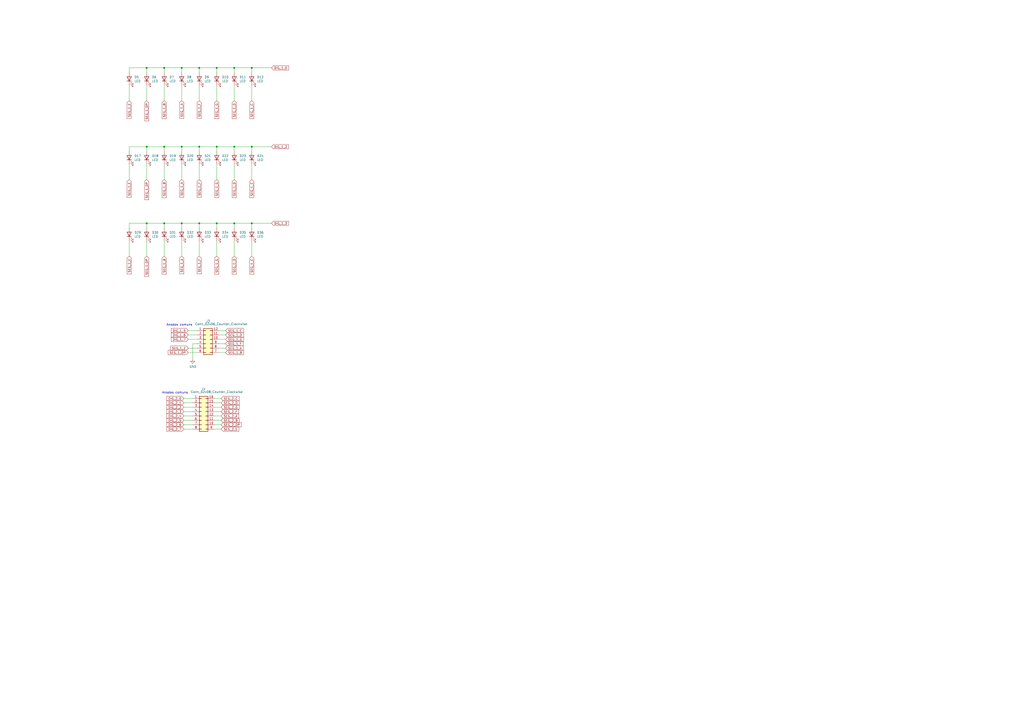
<source format=kicad_sch>
(kicad_sch (version 20211123) (generator eeschema)
  (paper "A2")
  (lib_symbols
    (symbol "Connector_Generic:Conn_02x06_Counter_Clockwise" (pin_names (offset 1.016) hide)
      (property "Reference" "J" (at 1.27 7.62 0))
      (property "Value" "Conn_02x06_Counter_Clockwise" (at 1.27 -10.16 0))
      (symbol "Conn_02x06_Counter_Clockwise_1_1"
        (rectangle (start -1.27 -7.493) (end 0 -7.747) (stroke (width 0.1524)))
        (rectangle (start -1.27 -4.953) (end 0 -5.207) (stroke (width 0.1524)))
        (rectangle (start -1.27 -2.413) (end 0 -2.667) (stroke (width 0.1524)))
        (rectangle (start -1.27 0.127) (end 0 -0.127) (stroke (width 0.1524)))
        (rectangle (start -1.27 2.667) (end 0 2.413) (stroke (width 0.1524)))
        (rectangle (start -1.27 5.207) (end 0 4.953) (stroke (width 0.1524)))
        (rectangle (start -1.27 6.35) (end 3.81 -8.89) (stroke (width 0.254)) (fill (type background)))
        (rectangle (start 3.81 -7.493) (end 2.54 -7.747) (stroke (width 0.1524)))
        (rectangle (start 3.81 -4.953) (end 2.54 -5.207) (stroke (width 0.1524)))
        (rectangle (start 3.81 -2.413) (end 2.54 -2.667) (stroke (width 0.1524)))
        (rectangle (start 3.81 0.127) (end 2.54 -0.127) (stroke (width 0.1524)))
        (rectangle (start 3.81 2.667) (end 2.54 2.413) (stroke (width 0.1524)))
        (rectangle (start 3.81 5.207) (end 2.54 4.953) (stroke (width 0.1524)))
        (pin passive line (at -5.08 5.08 0) (length 3.81) (name "Pin_1") (number "1"))
        (pin passive line (at 7.62 0 180) (length 3.81) (name "Pin_10") (number "10"))
        (pin passive line (at 7.62 2.54 180) (length 3.81) (name "Pin_11") (number "11"))
        (pin passive line (at 7.62 5.08 180) (length 3.81) (name "Pin_12") (number "12"))
        (pin passive line (at -5.08 2.54 0) (length 3.81) (name "Pin_2") (number "2"))
        (pin passive line (at -5.08 0 0) (length 3.81) (name "Pin_3") (number "3"))
        (pin passive line (at -5.08 -2.54 0) (length 3.81) (name "Pin_4") (number "4"))
        (pin passive line (at -5.08 -5.08 0) (length 3.81) (name "Pin_5") (number "5"))
        (pin passive line (at -5.08 -7.62 0) (length 3.81) (name "Pin_6") (number "6"))
        (pin passive line (at 7.62 -7.62 180) (length 3.81) (name "Pin_7") (number "7"))
        (pin passive line (at 7.62 -5.08 180) (length 3.81) (name "Pin_8") (number "8"))
        (pin passive line (at 7.62 -2.54 180) (length 3.81) (name "Pin_9") (number "9"))
      )
    )
    (symbol "Connector_Generic:Conn_02x08_Counter_Clockwise" (pin_names (offset 1.016) hide)
      (property "Reference" "J" (at 1.27 10.16 0))
      (property "Value" "Conn_02x08_Counter_Clockwise" (at 1.27 -12.7 0))
      (symbol "Conn_02x08_Counter_Clockwise_1_1"
        (rectangle (start -1.27 -10.033) (end 0 -10.287) (stroke (width 0.1524)))
        (rectangle (start -1.27 -7.493) (end 0 -7.747) (stroke (width 0.1524)))
        (rectangle (start -1.27 -4.953) (end 0 -5.207) (stroke (width 0.1524)))
        (rectangle (start -1.27 -2.413) (end 0 -2.667) (stroke (width 0.1524)))
        (rectangle (start -1.27 0.127) (end 0 -0.127) (stroke (width 0.1524)))
        (rectangle (start -1.27 2.667) (end 0 2.413) (stroke (width 0.1524)))
        (rectangle (start -1.27 5.207) (end 0 4.953) (stroke (width 0.1524)))
        (rectangle (start -1.27 7.747) (end 0 7.493) (stroke (width 0.1524)))
        (rectangle (start -1.27 8.89) (end 3.81 -11.43) (stroke (width 0.254)) (fill (type background)))
        (rectangle (start 3.81 -10.033) (end 2.54 -10.287) (stroke (width 0.1524)))
        (rectangle (start 3.81 -7.493) (end 2.54 -7.747) (stroke (width 0.1524)))
        (rectangle (start 3.81 -4.953) (end 2.54 -5.207) (stroke (width 0.1524)))
        (rectangle (start 3.81 -2.413) (end 2.54 -2.667) (stroke (width 0.1524)))
        (rectangle (start 3.81 0.127) (end 2.54 -0.127) (stroke (width 0.1524)))
        (rectangle (start 3.81 2.667) (end 2.54 2.413) (stroke (width 0.1524)))
        (rectangle (start 3.81 5.207) (end 2.54 4.953) (stroke (width 0.1524)))
        (rectangle (start 3.81 7.747) (end 2.54 7.493) (stroke (width 0.1524)))
        (pin passive line (at -5.08 7.62 0) (length 3.81) (name "Pin_1") (number "1"))
        (pin passive line (at 7.62 -7.62 180) (length 3.81) (name "Pin_10") (number "10"))
        (pin passive line (at 7.62 -5.08 180) (length 3.81) (name "Pin_11") (number "11"))
        (pin passive line (at 7.62 -2.54 180) (length 3.81) (name "Pin_12") (number "12"))
        (pin passive line (at 7.62 0 180) (length 3.81) (name "Pin_13") (number "13"))
        (pin passive line (at 7.62 2.54 180) (length 3.81) (name "Pin_14") (number "14"))
        (pin passive line (at 7.62 5.08 180) (length 3.81) (name "Pin_15") (number "15"))
        (pin passive line (at 7.62 7.62 180) (length 3.81) (name "Pin_16") (number "16"))
        (pin passive line (at -5.08 5.08 0) (length 3.81) (name "Pin_2") (number "2"))
        (pin passive line (at -5.08 2.54 0) (length 3.81) (name "Pin_3") (number "3"))
        (pin passive line (at -5.08 0 0) (length 3.81) (name "Pin_4") (number "4"))
        (pin passive line (at -5.08 -2.54 0) (length 3.81) (name "Pin_5") (number "5"))
        (pin passive line (at -5.08 -5.08 0) (length 3.81) (name "Pin_6") (number "6"))
        (pin passive line (at -5.08 -7.62 0) (length 3.81) (name "Pin_7") (number "7"))
        (pin passive line (at -5.08 -10.16 0) (length 3.81) (name "Pin_8") (number "8"))
        (pin passive line (at 7.62 -10.16 180) (length 3.81) (name "Pin_9") (number "9"))
      )
    )
    (symbol "Device:LED" (pin_numbers hide) (pin_names (offset 1.016) hide)
      (property "Reference" "D" (at 0 2.54 0))
      (property "Value" "LED" (at 0 -2.54 0))
      (symbol "LED_0_1"
        (polyline (pts (xy -1.27 -1.27) (xy -1.27 1.27)) (stroke (width 0.254)))
        (polyline (pts (xy -1.27 0) (xy 1.27 0)))
        (polyline (pts (xy 1.27 -1.27) (xy 1.27 1.27) (xy -1.27 0) (xy 1.27 -1.27)) (stroke (width 0.254)))
        (polyline (pts (xy -3.048 -0.762) (xy -4.572 -2.286) (xy -3.81 -2.286) (xy -4.572 -2.286) (xy -4.572 -1.524)))
        (polyline (pts (xy -1.778 -0.762) (xy -3.302 -2.286) (xy -2.54 -2.286) (xy -3.302 -2.286) (xy -3.302 -1.524)))
      )
      (symbol "LED_1_1"
        (pin passive line (at -3.81 0 0) (length 2.54) (name "K") (number "1"))
        (pin passive line (at 3.81 0 180) (length 2.54) (name "A") (number "2"))
      )
    )
    (symbol "power:GND" (power) (pin_names (offset 0))
      (property "Value" "GND" (at 0 -3.81 0))
      (symbol "GND_0_1"
        (polyline (pts (xy 0 0) (xy 0 -1.27) (xy 1.27 -1.27) (xy 0 -2.54) (xy -1.27 -1.27) (xy 0 -1.27)))
      )
      (symbol "GND_1_1"
        (pin power_in line (at 0 0 270) (length 0) hide (name "GND") (number "1"))
      )
    )
  )
  (junction (at 85.09 85.09))
  (junction (at 135.89 129.54))
  (junction (at 115.57 85.09))
  (junction (at 105.41 85.09))
  (junction (at 105.41 129.54))
  (junction (at 135.89 39.37))
  (junction (at 125.73 85.09))
  (junction (at 146.05 39.37))
  (junction (at 85.09 39.37))
  (junction (at 105.41 39.37))
  (junction (at 115.57 129.54))
  (junction (at 95.25 85.09))
  (junction (at 95.25 39.37))
  (junction (at 135.89 85.09))
  (junction (at 115.57 39.37))
  (junction (at 146.05 85.09))
  (junction (at 125.73 39.37))
  (junction (at 95.25 129.54))
  (junction (at 146.05 129.54))
  (junction (at 125.73 129.54))
  (junction (at 85.09 129.54))
  (wire (pts (xy 146.05 41.91) (xy 146.05 39.37)))
  (wire (pts (xy 95.25 41.91) (xy 95.25 39.37)))
  (wire (pts (xy 106.68 231.14) (xy 111.76 231.14)))
  (wire (pts (xy 95.25 85.09) (xy 105.41 85.09)))
  (wire (pts (xy 124.46 236.22) (xy 128.27 236.22)))
  (wire (pts (xy 109.22 201.93) (xy 114.3 201.93)))
  (wire (pts (xy 111.76 241.3) (xy 106.68 241.3)))
  (wire (pts (xy 130.81 201.93) (xy 127 201.93)))
  (wire (pts (xy 146.05 85.09) (xy 157.48 85.09)))
  (wire (pts (xy 105.41 39.37) (xy 115.57 39.37)))
  (wire (pts (xy 135.89 139.7) (xy 135.89 148.59)))
  (wire (pts (xy 85.09 132.08) (xy 85.09 129.54)))
  (wire (pts (xy 106.68 248.92) (xy 111.76 248.92)))
  (wire (pts (xy 130.81 194.31) (xy 127 194.31)))
  (wire (pts (xy 111.76 236.22) (xy 106.68 236.22)))
  (wire (pts (xy 125.73 85.09) (xy 135.89 85.09)))
  (wire (pts (xy 74.93 132.08) (xy 74.93 129.54)))
  (wire (pts (xy 135.89 87.63) (xy 135.89 85.09)))
  (wire (pts (xy 115.57 49.53) (xy 115.57 58.42)))
  (wire (pts (xy 85.09 49.53) (xy 85.09 58.42)))
  (wire (pts (xy 105.41 87.63) (xy 105.41 85.09)))
  (wire (pts (xy 115.57 41.91) (xy 115.57 39.37)))
  (wire (pts (xy 125.73 49.53) (xy 125.73 58.42)))
  (wire (pts (xy 135.89 39.37) (xy 146.05 39.37)))
  (wire (pts (xy 125.73 95.25) (xy 125.73 104.14)))
  (wire (pts (xy 74.93 49.53) (xy 74.93 58.42)))
  (wire (pts (xy 135.89 49.53) (xy 135.89 58.42)))
  (wire (pts (xy 74.93 87.63) (xy 74.93 85.09)))
  (wire (pts (xy 135.89 129.54) (xy 146.05 129.54)))
  (wire (pts (xy 95.25 87.63) (xy 95.25 85.09)))
  (wire (pts (xy 95.25 139.7) (xy 95.25 148.59)))
  (wire (pts (xy 95.25 132.08) (xy 95.25 129.54)))
  (wire (pts (xy 111.76 199.39) (xy 111.76 208.28)))
  (wire (pts (xy 115.57 85.09) (xy 125.73 85.09)))
  (wire (pts (xy 109.22 194.31) (xy 114.3 194.31)))
  (wire (pts (xy 111.76 246.38) (xy 106.68 246.38)))
  (wire (pts (xy 74.93 95.25) (xy 74.93 104.14)))
  (wire (pts (xy 114.3 204.47) (xy 109.22 204.47)))
  (wire (pts (xy 85.09 139.7) (xy 85.09 148.59)))
  (wire (pts (xy 85.09 41.91) (xy 85.09 39.37)))
  (wire (pts (xy 146.05 49.53) (xy 146.05 58.42)))
  (wire (pts (xy 85.09 39.37) (xy 95.25 39.37)))
  (wire (pts (xy 124.46 231.14) (xy 128.27 231.14)))
  (wire (pts (xy 125.73 87.63) (xy 125.73 85.09)))
  (wire (pts (xy 105.41 41.91) (xy 105.41 39.37)))
  (wire (pts (xy 146.05 132.08) (xy 146.05 129.54)))
  (wire (pts (xy 127 191.77) (xy 130.81 191.77)))
  (wire (pts (xy 125.73 39.37) (xy 135.89 39.37)))
  (wire (pts (xy 124.46 243.84) (xy 128.27 243.84)))
  (wire (pts (xy 74.93 85.09) (xy 85.09 85.09)))
  (wire (pts (xy 146.05 139.7) (xy 146.05 148.59)))
  (wire (pts (xy 74.93 139.7) (xy 74.93 148.59)))
  (wire (pts (xy 135.89 41.91) (xy 135.89 39.37)))
  (wire (pts (xy 114.3 196.85) (xy 109.22 196.85)))
  (wire (pts (xy 128.27 233.68) (xy 124.46 233.68)))
  (wire (pts (xy 85.09 129.54) (xy 95.25 129.54)))
  (wire (pts (xy 128.27 241.3) (xy 124.46 241.3)))
  (wire (pts (xy 105.41 95.25) (xy 105.41 104.14)))
  (wire (pts (xy 127 204.47) (xy 130.81 204.47)))
  (wire (pts (xy 146.05 95.25) (xy 146.05 104.14)))
  (wire (pts (xy 74.93 39.37) (xy 85.09 39.37)))
  (wire (pts (xy 135.89 95.25) (xy 135.89 104.14)))
  (wire (pts (xy 95.25 95.25) (xy 95.25 104.14)))
  (wire (pts (xy 146.05 87.63) (xy 146.05 85.09)))
  (wire (pts (xy 146.05 39.37) (xy 157.48 39.37)))
  (wire (pts (xy 105.41 129.54) (xy 115.57 129.54)))
  (wire (pts (xy 105.41 132.08) (xy 105.41 129.54)))
  (wire (pts (xy 95.25 49.53) (xy 95.25 58.42)))
  (wire (pts (xy 105.41 85.09) (xy 115.57 85.09)))
  (wire (pts (xy 115.57 39.37) (xy 125.73 39.37)))
  (wire (pts (xy 115.57 129.54) (xy 125.73 129.54)))
  (wire (pts (xy 125.73 129.54) (xy 135.89 129.54)))
  (wire (pts (xy 135.89 132.08) (xy 135.89 129.54)))
  (wire (pts (xy 125.73 41.91) (xy 125.73 39.37)))
  (wire (pts (xy 109.22 191.77) (xy 114.3 191.77)))
  (wire (pts (xy 106.68 243.84) (xy 111.76 243.84)))
  (wire (pts (xy 125.73 139.7) (xy 125.73 148.59)))
  (wire (pts (xy 85.09 87.63) (xy 85.09 85.09)))
  (wire (pts (xy 105.41 139.7) (xy 105.41 148.59)))
  (wire (pts (xy 106.68 233.68) (xy 111.76 233.68)))
  (wire (pts (xy 106.68 238.76) (xy 111.76 238.76)))
  (wire (pts (xy 105.41 49.53) (xy 105.41 58.42)))
  (wire (pts (xy 114.3 199.39) (xy 111.76 199.39)))
  (wire (pts (xy 146.05 129.54) (xy 157.48 129.54)))
  (wire (pts (xy 95.25 39.37) (xy 105.41 39.37)))
  (wire (pts (xy 125.73 132.08) (xy 125.73 129.54)))
  (wire (pts (xy 115.57 132.08) (xy 115.57 129.54)))
  (wire (pts (xy 127 199.39) (xy 130.81 199.39)))
  (wire (pts (xy 95.25 129.54) (xy 105.41 129.54)))
  (wire (pts (xy 128.27 248.92) (xy 124.46 248.92)))
  (wire (pts (xy 74.93 41.91) (xy 74.93 39.37)))
  (wire (pts (xy 85.09 85.09) (xy 95.25 85.09)))
  (wire (pts (xy 135.89 85.09) (xy 146.05 85.09)))
  (wire (pts (xy 124.46 238.76) (xy 128.27 238.76)))
  (wire (pts (xy 115.57 95.25) (xy 115.57 104.14)))
  (wire (pts (xy 127 196.85) (xy 130.81 196.85)))
  (wire (pts (xy 124.46 246.38) (xy 128.27 246.38)))
  (wire (pts (xy 85.09 95.25) (xy 85.09 104.14)))
  (wire (pts (xy 74.93 129.54) (xy 85.09 129.54)))
  (wire (pts (xy 115.57 139.7) (xy 115.57 148.59)))
  (wire (pts (xy 115.57 87.63) (xy 115.57 85.09)))
  (text "Anodos comuns" (at 96.52 189.23 0) (effects (font (size 1.27 1.27)) (justify left bottom)))
  (text "Anodos comuns" (at 93.98 228.6 0) (effects (font (size 1.27 1.27)) (justify left bottom)))
  (global_label "SEG_1_F" (shape input) (at 115.57 58.42 270) (property "Intersheet References" "${INTERSHEET_REFS}" (effects hide)))
  (global_label "SEG_1_E" (shape input) (at 74.93 148.59 270) (property "Intersheet References" "${INTERSHEET_REFS}" (effects hide)))
  (global_label "SEG_1_DP" (shape input) (at 85.09 58.42 270) (property "Intersheet References" "${INTERSHEET_REFS}" (effects hide)))
  (global_label "DIG_2_7" (shape input) (at 106.68 248.92 180) (property "Intersheet References" "${INTERSHEET_REFS}" (effects hide)))
  (global_label "SEG_1_DP" (shape input) (at 109.22 204.47 180) (property "Intersheet References" "${INTERSHEET_REFS}" (effects hide)))
  (global_label "SEG_1_A" (shape input) (at 105.41 104.14 270) (property "Intersheet References" "${INTERSHEET_REFS}" (effects hide)))
  (global_label "SEG_1_B" (shape input) (at 95.25 148.59 270) (property "Intersheet References" "${INTERSHEET_REFS}" (effects hide)))
  (global_label "SEG_1_D" (shape input) (at 135.89 104.14 270) (property "Intersheet References" "${INTERSHEET_REFS}" (effects hide)))
  (global_label "SEG_2_B" (shape input) (at 128.27 243.84 0) (property "Intersheet References" "${INTERSHEET_REFS}" (effects hide)))
  (global_label "SEG_1_E" (shape input) (at 74.93 104.14 270) (property "Intersheet References" "${INTERSHEET_REFS}" (effects hide)))
  (global_label "DIG_1_3" (shape input) (at 157.48 129.54 0) (property "Intersheet References" "${INTERSHEET_REFS}" (effects hide)))
  (global_label "SEG_1_G" (shape input) (at 125.73 104.14 270) (property "Intersheet References" "${INTERSHEET_REFS}" (effects hide)))
  (global_label "SEG_1_G" (shape input) (at 125.73 148.59 270) (property "Intersheet References" "${INTERSHEET_REFS}" (effects hide)))
  (global_label "SEG_1_F" (shape input) (at 115.57 148.59 270) (property "Intersheet References" "${INTERSHEET_REFS}" (effects hide)))
  (global_label "SEG_1_A" (shape input) (at 105.41 58.42 270) (property "Intersheet References" "${INTERSHEET_REFS}" (effects hide)))
  (global_label "SEG_1_B" (shape input) (at 95.25 58.42 270) (property "Intersheet References" "${INTERSHEET_REFS}" (effects hide)))
  (global_label "SEG_2_E" (shape input) (at 128.27 248.92 0) (property "Intersheet References" "${INTERSHEET_REFS}" (effects hide)))
  (global_label "DIG_2_5" (shape input) (at 106.68 243.84 180) (property "Intersheet References" "${INTERSHEET_REFS}" (effects hide)))
  (global_label "SEG_1_E" (shape input) (at 74.93 58.42 270) (property "Intersheet References" "${INTERSHEET_REFS}" (effects hide)))
  (global_label "DIG_1_0" (shape input) (at 157.48 39.37 0) (property "Intersheet References" "${INTERSHEET_REFS}" (effects hide)))
  (global_label "DIG_2_4" (shape input) (at 106.68 241.3 180) (property "Intersheet References" "${INTERSHEET_REFS}" (effects hide)))
  (global_label "DIG_1_7" (shape input) (at 109.22 196.85 180) (property "Intersheet References" "${INTERSHEET_REFS}" (effects hide)))
  (global_label "SEG_1_D" (shape input) (at 130.81 194.31 0) (property "Intersheet References" "${INTERSHEET_REFS}" (effects hide)))
  (global_label "SEG_1_C" (shape input) (at 130.81 191.77 0) (property "Intersheet References" "${INTERSHEET_REFS}" (effects hide)))
  (global_label "SEG_2_G" (shape input) (at 128.27 236.22 0) (property "Intersheet References" "${INTERSHEET_REFS}" (effects hide)))
  (global_label "DIG_2_3" (shape input) (at 106.68 238.76 180) (property "Intersheet References" "${INTERSHEET_REFS}" (effects hide)))
  (global_label "SEG_2_DP" (shape input) (at 128.27 246.38 0) (property "Intersheet References" "${INTERSHEET_REFS}" (effects hide)))
  (global_label "SEG_1_DP" (shape input) (at 85.09 104.14 270) (property "Intersheet References" "${INTERSHEET_REFS}" (effects hide)))
  (global_label "DIG_2_6" (shape input) (at 106.68 246.38 180) (property "Intersheet References" "${INTERSHEET_REFS}" (effects hide)))
  (global_label "DIG_2_2" (shape input) (at 106.68 236.22 180) (property "Intersheet References" "${INTERSHEET_REFS}" (effects hide)))
  (global_label "SEG_1_G" (shape input) (at 130.81 196.85 0) (property "Intersheet References" "${INTERSHEET_REFS}" (effects hide)))
  (global_label "SEG_1_DP" (shape input) (at 85.09 148.59 270) (property "Intersheet References" "${INTERSHEET_REFS}" (effects hide)))
  (global_label "SEG_1_A" (shape input) (at 105.41 148.59 270) (property "Intersheet References" "${INTERSHEET_REFS}" (effects hide)))
  (global_label "SEG_1_B" (shape input) (at 95.25 104.14 270) (property "Intersheet References" "${INTERSHEET_REFS}" (effects hide)))
  (global_label "SEG_1_A" (shape input) (at 130.81 201.93 0) (property "Intersheet References" "${INTERSHEET_REFS}" (effects hide)))
  (global_label "SEG_2_F" (shape input) (at 128.27 238.76 0) (property "Intersheet References" "${INTERSHEET_REFS}" (effects hide)))
  (global_label "SEG_2_D" (shape input) (at 128.27 233.68 0) (property "Intersheet References" "${INTERSHEET_REFS}" (effects hide)))
  (global_label "SEG_1_B" (shape input) (at 130.81 204.47 0) (property "Intersheet References" "${INTERSHEET_REFS}" (effects hide)))
  (global_label "SEG_1_D" (shape input) (at 135.89 58.42 270) (property "Intersheet References" "${INTERSHEET_REFS}" (effects hide)))
  (global_label "SEG_1_C" (shape input) (at 146.05 148.59 270) (property "Intersheet References" "${INTERSHEET_REFS}" (effects hide)))
  (global_label "SEG_1_D" (shape input) (at 135.89 148.59 270) (property "Intersheet References" "${INTERSHEET_REFS}" (effects hide)))
  (global_label "SEG_1_G" (shape input) (at 125.73 58.42 270) (property "Intersheet References" "${INTERSHEET_REFS}" (effects hide)))
  (global_label "SEG_1_E" (shape input) (at 109.22 201.93 180) (property "Intersheet References" "${INTERSHEET_REFS}" (effects hide)))
  (global_label "SEG_1_F" (shape input) (at 115.57 104.14 270) (property "Intersheet References" "${INTERSHEET_REFS}" (effects hide)))
  (global_label "DIG_2_1" (shape input) (at 106.68 233.68 180) (property "Intersheet References" "${INTERSHEET_REFS}" (effects hide)))
  (global_label "DIG_1_6" (shape input) (at 109.22 194.31 180) (property "Intersheet References" "${INTERSHEET_REFS}" (effects hide)))
  (global_label "SEG_1_C" (shape input) (at 146.05 58.42 270) (property "Intersheet References" "${INTERSHEET_REFS}" (effects hide)))
  (global_label "SEG_1_C" (shape input) (at 146.05 104.14 270) (property "Intersheet References" "${INTERSHEET_REFS}" (effects hide)))
  (global_label "SEG_1_F" (shape input) (at 130.81 199.39 0) (property "Intersheet References" "${INTERSHEET_REFS}" (effects hide)))
  (global_label "DIG_1_5" (shape input) (at 109.22 191.77 180) (property "Intersheet References" "${INTERSHEET_REFS}" (effects hide)))
  (global_label "SEG_2_C" (shape input) (at 128.27 231.14 0) (property "Intersheet References" "${INTERSHEET_REFS}" (effects hide)))
  (global_label "DIG_2_0" (shape input) (at 106.68 231.14 180) (property "Intersheet References" "${INTERSHEET_REFS}" (effects hide)))
  (global_label "SEG_2_A" (shape input) (at 128.27 241.3 0) (property "Intersheet References" "${INTERSHEET_REFS}" (effects hide)))
  (global_label "DIG_1_2" (shape input) (at 157.48 85.09 0) (property "Intersheet References" "${INTERSHEET_REFS}" (effects hide)))
  (symbol (lib_id "Device:LED") (at 74.93 45.72 90) (unit 1)
    (property "Reference" "D5" (at 77.9272 44.7294 90) (effects (justify right)))
    (property "Value" "LED" (at 77.9272 47.0408 90) (effects (justify right)))
    (property "Footprint" "LED_THT:LED_D3.0mm" (effects hide))
  )
  (symbol (lib_id "Device:LED") (at 85.09 45.72 90) (unit 1)
    (property "Reference" "D6" (at 88.0872 44.7294 90) (effects (justify right)))
    (property "Value" "LED" (at 88.0872 47.0408 90) (effects (justify right)))
    (property "Footprint" "LED_THT:LED_D3.0mm" (effects hide))
  )
  (symbol (lib_id "Device:LED") (at 95.25 45.72 90) (unit 1)
    (property "Reference" "D7" (at 98.2472 44.7294 90) (effects (justify right)))
    (property "Value" "LED" (at 98.2472 47.0408 90) (effects (justify right)))
    (property "Footprint" "LED_THT:LED_D3.0mm" (effects hide))
  )
  (symbol (lib_id "Device:LED") (at 105.41 45.72 90) (unit 1)
    (property "Reference" "D8" (at 108.4072 44.7294 90) (effects (justify right)))
    (property "Value" "LED" (at 108.4072 47.0408 90) (effects (justify right)))
    (property "Footprint" "LED_THT:LED_D3.0mm" (effects hide))
  )
  (symbol (lib_id "Device:LED") (at 115.57 45.72 90) (unit 1)
    (property "Reference" "D9" (at 118.5672 44.7294 90) (effects (justify right)))
    (property "Value" "LED" (at 118.5672 47.0408 90) (effects (justify right)))
    (property "Footprint" "LED_THT:LED_D3.0mm" (effects hide))
  )
  (symbol (lib_id "Device:LED") (at 125.73 45.72 90) (unit 1)
    (property "Reference" "D10" (at 128.7272 44.7294 90) (effects (justify right)))
    (property "Value" "LED" (at 128.7272 47.0408 90) (effects (justify right)))
    (property "Footprint" "LED_THT:LED_D3.0mm" (effects hide))
  )
  (symbol (lib_id "Device:LED") (at 135.89 45.72 90) (unit 1)
    (property "Reference" "D11" (at 138.8872 44.7294 90) (effects (justify right)))
    (property "Value" "LED" (at 138.8872 47.0408 90) (effects (justify right)))
    (property "Footprint" "LED_THT:LED_D3.0mm" (effects hide))
  )
  (symbol (lib_id "Device:LED") (at 146.05 45.72 90) (unit 1)
    (property "Reference" "D12" (at 149.0472 44.7294 90) (effects (justify right)))
    (property "Value" "LED" (at 149.0472 47.0408 90) (effects (justify right)))
    (property "Footprint" "LED_THT:LED_D3.0mm" (effects hide))
  )
  (symbol (lib_id "Device:LED") (at 74.93 91.44 90) (unit 1)
    (property "Reference" "D17" (at 77.9272 90.4494 90) (effects (justify right)))
    (property "Value" "LED" (at 77.9272 92.7608 90) (effects (justify right)))
    (property "Footprint" "LED_THT:LED_D3.0mm" (effects hide))
  )
  (symbol (lib_id "Device:LED") (at 85.09 91.44 90) (unit 1)
    (property "Reference" "D18" (at 88.0872 90.4494 90) (effects (justify right)))
    (property "Value" "LED" (at 88.0872 92.7608 90) (effects (justify right)))
    (property "Footprint" "LED_THT:LED_D3.0mm" (effects hide))
  )
  (symbol (lib_id "Device:LED") (at 95.25 91.44 90) (unit 1)
    (property "Reference" "D19" (at 98.2472 90.4494 90) (effects (justify right)))
    (property "Value" "LED" (at 98.2472 92.7608 90) (effects (justify right)))
    (property "Footprint" "LED_THT:LED_D3.0mm" (effects hide))
  )
  (symbol (lib_id "Device:LED") (at 105.41 91.44 90) (unit 1)
    (property "Reference" "D20" (at 108.4072 90.4494 90) (effects (justify right)))
    (property "Value" "LED" (at 108.4072 92.7608 90) (effects (justify right)))
    (property "Footprint" "LED_THT:LED_D3.0mm" (effects hide))
  )
  (symbol (lib_id "Device:LED") (at 115.57 91.44 90) (unit 1)
    (property "Reference" "D21" (at 118.5672 90.4494 90) (effects (justify right)))
    (property "Value" "LED" (at 118.5672 92.7608 90) (effects (justify right)))
    (property "Footprint" "LED_THT:LED_D3.0mm" (effects hide))
  )
  (symbol (lib_id "Device:LED") (at 125.73 91.44 90) (unit 1)
    (property "Reference" "D22" (at 128.7272 90.4494 90) (effects (justify right)))
    (property "Value" "LED" (at 128.7272 92.7608 90) (effects (justify right)))
    (property "Footprint" "LED_THT:LED_D3.0mm" (effects hide))
  )
  (symbol (lib_id "Device:LED") (at 135.89 91.44 90) (unit 1)
    (property "Reference" "D23" (at 138.8872 90.4494 90) (effects (justify right)))
    (property "Value" "LED" (at 138.8872 92.7608 90) (effects (justify right)))
    (property "Footprint" "LED_THT:LED_D3.0mm" (effects hide))
  )
  (symbol (lib_id "Device:LED") (at 146.05 91.44 90) (unit 1)
    (property "Reference" "D24" (at 149.0472 90.4494 90) (effects (justify right)))
    (property "Value" "LED" (at 149.0472 92.7608 90) (effects (justify right)))
    (property "Footprint" "LED_THT:LED_D3.0mm" (effects hide))
  )
  (symbol (lib_id "Device:LED") (at 74.93 135.89 90) (unit 1)
    (property "Reference" "D29" (at 77.9272 134.8994 90) (effects (justify right)))
    (property "Value" "LED" (at 77.9272 137.2108 90) (effects (justify right)))
    (property "Footprint" "LED_THT:LED_D3.0mm" (effects hide))
  )
  (symbol (lib_id "Device:LED") (at 85.09 135.89 90) (unit 1)
    (property "Reference" "D30" (at 88.0872 134.8994 90) (effects (justify right)))
    (property "Value" "LED" (at 88.0872 137.2108 90) (effects (justify right)))
    (property "Footprint" "LED_THT:LED_D3.0mm" (effects hide))
  )
  (symbol (lib_id "Device:LED") (at 95.25 135.89 90) (unit 1)
    (property "Reference" "D31" (at 98.2472 134.8994 90) (effects (justify right)))
    (property "Value" "LED" (at 98.2472 137.2108 90) (effects (justify right)))
    (property "Footprint" "LED_THT:LED_D3.0mm" (effects hide))
  )
  (symbol (lib_id "Device:LED") (at 105.41 135.89 90) (unit 1)
    (property "Reference" "D32" (at 108.4072 134.8994 90) (effects (justify right)))
    (property "Value" "LED" (at 108.4072 137.2108 90) (effects (justify right)))
    (property "Footprint" "LED_THT:LED_D3.0mm" (effects hide))
  )
  (symbol (lib_id "Device:LED") (at 115.57 135.89 90) (unit 1)
    (property "Reference" "D33" (at 118.5672 134.8994 90) (effects (justify right)))
    (property "Value" "LED" (at 118.5672 137.2108 90) (effects (justify right)))
    (property "Footprint" "LED_THT:LED_D3.0mm" (effects hide))
  )
  (symbol (lib_id "Device:LED") (at 125.73 135.89 90) (unit 1)
    (property "Reference" "D34" (at 128.7272 134.8994 90) (effects (justify right)))
    (property "Value" "LED" (at 128.7272 137.2108 90) (effects (justify right)))
    (property "Footprint" "LED_THT:LED_D3.0mm" (effects hide))
  )
  (symbol (lib_id "Device:LED") (at 135.89 135.89 90) (unit 1)
    (property "Reference" "D35" (at 138.8872 134.8994 90) (effects (justify right)))
    (property "Value" "LED" (at 138.8872 137.2108 90) (effects (justify right)))
    (property "Footprint" "LED_THT:LED_D3.0mm" (effects hide))
  )
  (symbol (lib_id "Device:LED") (at 146.05 135.89 90) (unit 1)
    (property "Reference" "D36" (at 149.0472 134.8994 90) (effects (justify right)))
    (property "Value" "LED" (at 149.0472 137.2108 90) (effects (justify right)))
    (property "Footprint" "LED_THT:LED_D3.0mm" (effects hide))
  )
  (symbol (lib_id "Connector_Generic:Conn_02x06_Counter_Clockwise") (at 119.38 196.85 0) (unit 1)
    (property "Reference" "J3" (at 120.65 186.2582 0))
    (property "Value" "Conn_02x06_Counter_Clockwise" (at 128.27 187.96 0))
    (property "Footprint" "Connector_PinHeader_2.54mm:PinHeader_2x06_P2.54mm_Vertical" (effects hide))
  )
  (symbol (lib_id "power:GND") (at 111.76 208.28 0) (unit 1)
    (property "Reference" "#PWR0108" (effects hide))
    (property "Value" "GND" (at 111.887 212.6742 0))
  )
  (symbol (lib_id "Connector_Generic:Conn_02x08_Counter_Clockwise") (at 116.84 238.76 0) (unit 1)
    (property "Reference" "J4" (at 118.11 225.6282 0))
    (property "Value" "Conn_02x08_Counter_Clockwise" (at 125.73 227.33 0))
    (property "Footprint" "Connector_PinHeader_2.54mm:PinHeader_2x08_P2.54mm_Vertical" (effects hide))
  )
)
</source>
